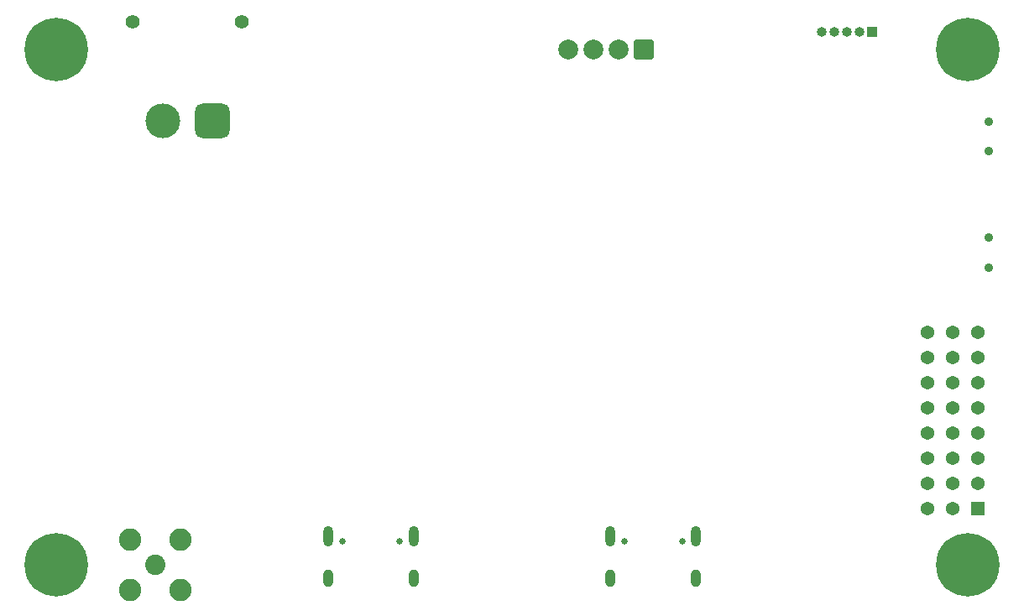
<source format=gbr>
%TF.GenerationSoftware,KiCad,Pcbnew,9.0.0*%
%TF.CreationDate,2025-04-04T17:03:46+04:00*%
%TF.ProjectId,aether,61657468-6572-42e6-9b69-6361645f7063,rev?*%
%TF.SameCoordinates,Original*%
%TF.FileFunction,Soldermask,Bot*%
%TF.FilePolarity,Negative*%
%FSLAX46Y46*%
G04 Gerber Fmt 4.6, Leading zero omitted, Abs format (unit mm)*
G04 Created by KiCad (PCBNEW 9.0.0) date 2025-04-04 17:03:46*
%MOMM*%
%LPD*%
G01*
G04 APERTURE LIST*
G04 Aperture macros list*
%AMRoundRect*
0 Rectangle with rounded corners*
0 $1 Rounding radius*
0 $2 $3 $4 $5 $6 $7 $8 $9 X,Y pos of 4 corners*
0 Add a 4 corners polygon primitive as box body*
4,1,4,$2,$3,$4,$5,$6,$7,$8,$9,$2,$3,0*
0 Add four circle primitives for the rounded corners*
1,1,$1+$1,$2,$3*
1,1,$1+$1,$4,$5*
1,1,$1+$1,$6,$7*
1,1,$1+$1,$8,$9*
0 Add four rect primitives between the rounded corners*
20,1,$1+$1,$2,$3,$4,$5,0*
20,1,$1+$1,$4,$5,$6,$7,0*
20,1,$1+$1,$6,$7,$8,$9,0*
20,1,$1+$1,$8,$9,$2,$3,0*%
G04 Aperture macros list end*
%ADD10C,0.650000*%
%ADD11O,1.000000X2.100000*%
%ADD12O,1.000000X1.800000*%
%ADD13C,0.900000*%
%ADD14C,0.800000*%
%ADD15C,6.400000*%
%ADD16C,2.050000*%
%ADD17C,2.250000*%
%ADD18C,1.400000*%
%ADD19RoundRect,0.770000X-0.980000X-0.980000X0.980000X-0.980000X0.980000X0.980000X-0.980000X0.980000X0*%
%ADD20C,3.500000*%
%ADD21R,1.370000X1.370000*%
%ADD22C,1.370000*%
%ADD23R,1.000000X1.000000*%
%ADD24O,1.000000X1.000000*%
%ADD25C,2.000000*%
%ADD26RoundRect,0.250000X0.750000X0.750000X-0.750000X0.750000X-0.750000X-0.750000X0.750000X-0.750000X0*%
G04 APERTURE END LIST*
D10*
%TO.C,USB_STM32*%
X82860000Y-138645000D03*
X88640000Y-138645000D03*
D11*
X81430000Y-138125000D03*
D12*
X81430000Y-142325000D03*
D11*
X90070000Y-138125000D03*
D12*
X90070000Y-142325000D03*
%TD*%
D13*
%TO.C,ESP_B0*%
X148080000Y-99250000D03*
X148080000Y-96250000D03*
%TD*%
D10*
%TO.C,USB_ESP32*%
X111360000Y-138645000D03*
X117140000Y-138645000D03*
D11*
X109930000Y-138125000D03*
D12*
X109930000Y-142325000D03*
D11*
X118570000Y-138125000D03*
D12*
X118570000Y-142325000D03*
%TD*%
D14*
%TO.C,H1*%
X51600000Y-89000000D03*
X52302944Y-87302944D03*
X52302944Y-90697056D03*
X54000000Y-86600000D03*
D15*
X54000000Y-89000000D03*
D14*
X54000000Y-91400000D03*
X55697056Y-87302944D03*
X55697056Y-90697056D03*
X56400000Y-89000000D03*
%TD*%
D16*
%TO.C,ANT1*%
X64000000Y-141000000D03*
D17*
X66540000Y-143540000D03*
X66540000Y-138460000D03*
X61460000Y-143540000D03*
X61460000Y-138460000D03*
%TD*%
D14*
%TO.C,H3*%
X143600000Y-141000000D03*
X144302944Y-139302944D03*
X144302944Y-142697056D03*
X146000000Y-138600000D03*
D15*
X146000000Y-141000000D03*
D14*
X146000000Y-143400000D03*
X147697056Y-139302944D03*
X147697056Y-142697056D03*
X148400000Y-141000000D03*
%TD*%
%TO.C,H2*%
X51600000Y-141000000D03*
X52302944Y-139302944D03*
X52302944Y-142697056D03*
X54000000Y-138600000D03*
D15*
X54000000Y-141000000D03*
D14*
X54000000Y-143400000D03*
X55697056Y-139302944D03*
X55697056Y-142697056D03*
X56400000Y-141000000D03*
%TD*%
D18*
%TO.C,XT30*%
X61750000Y-86175000D03*
X72750000Y-86175000D03*
D19*
X69750000Y-96175000D03*
D20*
X64750000Y-96175000D03*
%TD*%
D21*
%TO.C,PWM1*%
X147000000Y-135290000D03*
D22*
X144460000Y-135290000D03*
X141920000Y-135290000D03*
X147000000Y-132750000D03*
X144460000Y-132750000D03*
X141920000Y-132750000D03*
X147000000Y-130210000D03*
X144460000Y-130210000D03*
X141920000Y-130210000D03*
X147000000Y-127670000D03*
X144460000Y-127670000D03*
X141920000Y-127670000D03*
X147000000Y-125130000D03*
X144460000Y-125130000D03*
X141920000Y-125130000D03*
X147000000Y-122590000D03*
X144460000Y-122590000D03*
X141920000Y-122590000D03*
X147000000Y-120050000D03*
X144460000Y-120050000D03*
X141920000Y-120050000D03*
X147000000Y-117510000D03*
X144460000Y-117510000D03*
X141920000Y-117510000D03*
%TD*%
D23*
%TO.C,GPS_IO1*%
X136290000Y-87250000D03*
D24*
X135020000Y-87250000D03*
X133750000Y-87250000D03*
X132480000Y-87250000D03*
X131210000Y-87250000D03*
%TD*%
D13*
%TO.C,STM_B0*%
X148080000Y-111000000D03*
X148080000Y-108000000D03*
%TD*%
D25*
%TO.C,PYRO1*%
X105665000Y-89025000D03*
D26*
X113285000Y-89025000D03*
D25*
X110745000Y-89025000D03*
X108205000Y-89025000D03*
%TD*%
D14*
%TO.C,H4*%
X143600000Y-89000000D03*
X144302944Y-87302944D03*
X144302944Y-90697056D03*
X146000000Y-86600000D03*
D15*
X146000000Y-89000000D03*
D14*
X146000000Y-91400000D03*
X147697056Y-87302944D03*
X147697056Y-90697056D03*
X148400000Y-89000000D03*
%TD*%
M02*

</source>
